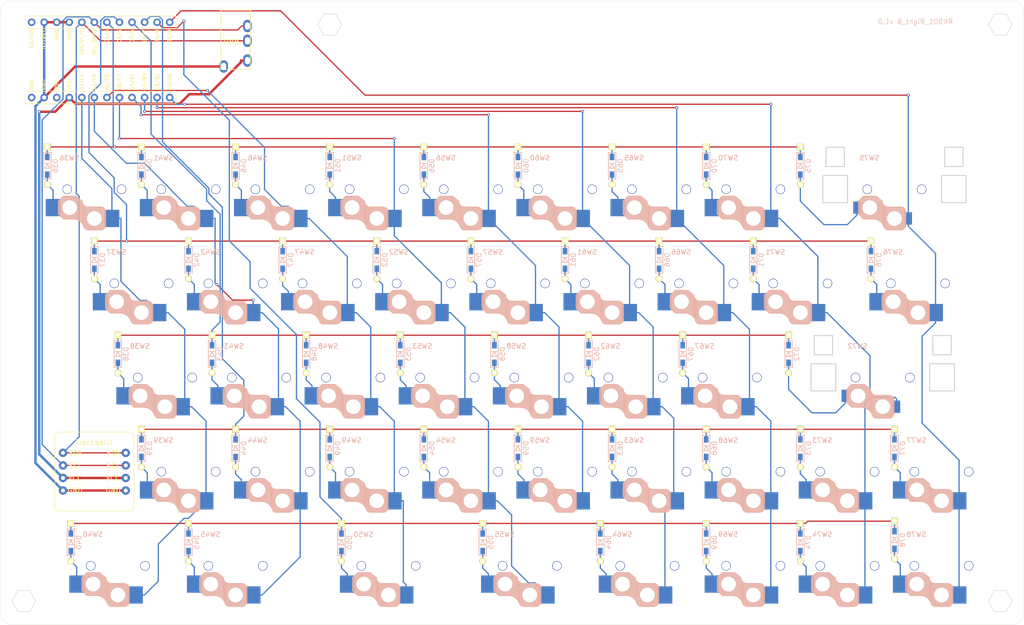
<source format=kicad_pcb>
(kicad_pcb (version 20240108) (generator "pcbnew") (generator_version "8.0")
  (layers (0 "F.Cu" signal) (31 "B.Cu" signal) (34 "B.Paste" user) (35 "F.Paste" user) (36 "B.SilkS" user "B.Silkscreen") (37 "F.SilkS" user "F.Silkscreen") (38 "B.Mask" user) (39 "F.Mask" user) (44 "Edge.Cuts" user))
  (net 0 "")
  (net 1 "Net-(D36-A)")
  (net 2 "Row0")
  (net 3 "Net-(D37-A)")
  (net 4 "Row2")
  (net 5 "Row3")
  (net 6 "Net-(D38-A)")
  (net 7 "Net-(D39-A)")
  (net 8 "Row4")
  (net 9 "Net-(D40-A)")
  (net 10 "Net-(D41-A)")
  (net 11 "Row1")
  (net 12 "Net-(D42-A)")
  (net 13 "Net-(D43-A)")
  (net 14 "Net-(D44-A)")
  (net 15 "Net-(D45-A)")
  (net 16 "Net-(D46-A)")
  (net 17 "Net-(D47-A)")
  (net 18 "Net-(D48-A)")
  (net 19 "Net-(D49-A)")
  (net 20 "Net-(D50-A)")
  (net 21 "Net-(D51-A)")
  (net 22 "Net-(D52-A)")
  (net 23 "Net-(D53-A)")
  (net 24 "Net-(D54-A)")
  (net 25 "Net-(D55-A)")
  (net 26 "Net-(D56-A)")
  (net 27 "Net-(D57-A)")
  (net 28 "Net-(D58-A)")
  (net 29 "Net-(D59-A)")
  (net 30 "Net-(D60-A)")
  (net 31 "Net-(D61-A)")
  (net 32 "Net-(D62-A)")
  (net 33 "Net-(D63-A)")
  (net 34 "Net-(D64-A)")
  (net 35 "Net-(D65-A)")
  (net 36 "Net-(D66-A)")
  (net 37 "Net-(D67-A)")
  (net 38 "Net-(D68-A)")
  (net 39 "Net-(D69-A)")
  (net 40 "Net-(D70-A)")
  (net 41 "Net-(D71-A)")
  (net 42 "Net-(D72-A)")
  (net 43 "Net-(D73-A)")
  (net 44 "Net-(D74-A)")
  (net 45 "Net-(D75-A)")
  (net 46 "Net-(D76-A)")
  (net 47 "SCL")
  (net 48 "VCC")
  (net 49 "GND")
  (net 50 "SDA")
  (net 51 "Col0")
  (net 52 "Col1")
  (net 53 "Col2")
  (net 54 "Col3")
  (net 55 "Col4")
  (net 56 "Col5")
  (net 57 "Col6")
  (net 58 "Col7")
  (net 59 "Col8")
  (net 60 "Reset")
  (net 63 "Net-(D77-A)")
  (net 64 "Net-(D78-A)")
  (footprint "kbd_SW:Choc_Hotswap_2u_Stab" (layer "F.Cu") (at 202.4063 57.15)
    (property "Reference" "SW75")
    (property "Value" "SW_Push" (hide yes))
    (fp_line (start -14.5 -2.8) (end -9.5 -2.8) (stroke (width 0.2)) (layer "Edge.Cuts"))
    (fp_line (start -14.5 2.7) (end -14.5 -2.8) (stroke (width 0.2)) (layer "Edge.Cuts"))
    (fp_line (start -13.85 -8.5) (end -10.15 -8.5) (stroke (width 0.2)) (layer "Edge.Cuts"))
    (fp_line (start -13.85 -4.6) (end -13.85 -8.5) (stroke (width 0.2)) (layer "Edge.Cuts"))
    (fp_line (start -10.15 -8.5) (end -10.15 -4.6) (stroke (width 0.2)) (layer "Edge.Cuts"))
    (fp_line (start -10.15 -4.6) (end -13.85 -4.6) (stroke (width 0.2)) (layer "Edge.Cuts"))
    (fp_line (start -9.5 -2.8) (end -9.5 2.7) (stroke (width 0.2)) (layer "Edge.Cuts"))
    (fp_line (start -9.5 2.7) (end -14.5 2.7) (stroke (width 0.2)) (layer "Edge.Cuts"))
    (fp_line (start 9.5 -2.8) (end 9.5 2.7) (stroke (width 0.2)) (layer "Edge.Cuts"))
    (fp_line (start 9.5 2.7) (end 14.5 2.7) (stroke (width 0.2)) (layer "Edge.Cuts"))
    (fp_line (start 10.15 -8.5) (end 10.15 -4.6) (stroke (width 0.2)) (layer "Edge.Cuts"))
    (fp_line (start 10.15 -4.6) (end 13.85 -4.6) (stroke (width 0.2)) (layer "Edge.Cuts"))
    (fp_line (start 13.85 -8.5) (end 10.15 -8.5) (stroke (width 0.2)) (layer "Edge.Cuts"))
    (fp_line (start 13.85 -8.5) (end 13.85 -4.6) (stroke (width 0.2)) (layer "Edge.Cuts"))
    (fp_line (start 14.5 -2.8) (end 9.5 -2.8) (stroke (width 0.2)) (layer "Edge.Cuts"))
    (fp_line (start 14.5 2.7) (end 14.5 -2.8) (stroke (width 0.2)) (layer "Edge.Cuts"))
  )
  (footprint "kbd_SW:Choc_Hotswap_1u" (layer "F.Cu") (at 97.6313 57.15)
    (property "Reference" "SW51")
    (property "Value" "SW_Push" (hide yes))
  )
  (footprint "kbd_SW:Choc_Hotswap_1u" (layer "F.Cu") (at 192.8813 133.35)
    (property "Reference" "SW74")
    (property "Value" "SW_Push" (hide yes))
  )
  (footprint "kbd_SW:Choc_Hotswap_1u" (layer "F.Cu") (at 207.1688 76.2)
    (property "Reference" "SW76")
    (property "Value" "SW_Push" (hide yes))
  )
  (footprint "kbd_Parts:Diode_TH_SMD" (layer "F.Cu") (at 164.3063 128.5875 -90)
    (property "Reference" "D69")
    (property "Value" "D" (hide yes))
  )
  (footprint "kbd_Parts:Diode_TH_SMD" (layer "F.Cu") (at 78.5813 71.4375 -90)
    (property "Reference" "D47")
    (property "Value" "D" (hide yes))
  )
  (footprint "kbd_Hole:m2_Spacer_Hole_hex" (layer "F.Cu") (at 223.8375 23.8125)
    (property "Reference" "M2")
    (property "Value" "Mark")
    (fp_line (start -2.4 0) (end -1.2 2.15) (stroke (width 0.1)) (layer "Edge.Cuts"))
    (fp_line (start -1.2 -2.15) (end -2.4 0) (stroke (width 0.1)) (layer "Edge.Cuts"))
    (fp_line (start -1.2 2.15) (end 1.2 2.15) (stroke (width 0.1)) (layer "Edge.Cuts"))
    (fp_line (start 1.2 -2.15) (end -1.2 -2.15) (stroke (width 0.1)) (layer "Edge.Cuts"))
    (fp_line (start 1.2 2.15) (end 2.4 0) (stroke (width 0.1)) (layer "Edge.Cuts"))
    (fp_line (start 2.4 0) (end 1.2 -2.15) (stroke (width 0.1)) (layer "Edge.Cuts"))
  )
  (footprint "kbd_Parts:Diode_TH_SMD" (layer "F.Cu") (at 126.2063 52.3875 -90)
    (property "Reference" "D60")
    (property "Value" "D" (hide yes))
  )
  (footprint "kbd_SW:Choc_Hotswap_1u" (layer "F.Cu") (at 173.8313 57.15)
    (property "Reference" "SW70")
    (property "Value" "SW_Push" (hide yes))
  )
  (footprint "kbd_Parts:Diode_TH_SMD" (layer "F.Cu") (at 116.6813 71.4375 -90)
    (property "Reference" "D57")
    (property "Value" "D" (hide yes))
  )
  (footprint "kbd_Parts:Diode_TH_SMD" (layer "F.Cu") (at 121.4438 90.4875 -90)
    (property "Reference" "D58")
    (property "Value" "D" (hide yes))
  )
  (footprint "kbd_SW:Choc_Hotswap_1u" (layer "F.Cu") (at 59.5313 57.15)
    (property "Reference" "SW41")
    (property "Value" "SW_Push" (hide yes))
  )
  (footprint "kbd_Parts:Diode_TH_SMD" (layer "F.Cu") (at 202.4063 109.5375 -90)
    (property "Reference" "D77")
    (property "Value" "D" (hide yes))
  )
  (footprint "kbd_SW:Choc_Hotswap_1u" (layer "F.Cu") (at 211.9313 114.3)
    (property "Reference" "SW77")
    (property "Value" "SW_Push" (hide yes))
  )
  (footprint "kbd_Parts:Diode_TH_SMD" (layer "F.Cu") (at 102.3938 90.4875 -90)
    (property "Reference" "D53")
    (property "Value" "D" (hide yes))
  )
  (footprint "kbd_SW:Choc_Hotswap_1u" (layer "F.Cu") (at 45.2438 133.35)
    (property "Reference" "SW40")
    (property "Value" "SW_Push" (hide yes))
  )
  (footprint "kbd_Parts:Diode_TH_SMD" (layer "F.Cu") (at 180.9751 90.4875 -90)
    (property "Reference" "D72")
    (property "Value" "D" (hide yes))
  )
  (footprint "kbd_SW:Choc_Hotswap_1u" (layer "F.Cu") (at 130.9688 95.25)
    (property "Reference" "SW58")
    (property "Value" "SW_Push" (hide yes))
  )
  (footprint "kbd_SW:Choc_Hotswap_1u" (layer "F.Cu") (at 50.0063 76.2)
    (property "Reference" "SW37")
    (property "Value" "SW_Push" (hide yes))
  )
  (footprint "kbd_SW:Choc_Hotswap_1u" (layer "F.Cu") (at 100.0126 133.35)
    (property "Reference" "SW50")
    (property "Value" "SW_Push" (hide yes))
  )
  (footprint "kbd_Parts:Diode_TH_SMD" (layer "F.Cu") (at 83.3438 90.4875 -90)
    (property "Reference" "D48")
    (property "Value" "D" (hide yes))
  )
  (footprint "kbd_SW:Choc_Hotswap_1u" (layer "F.Cu") (at 69.0563 76.2)
    (property "Reference" "SW42")
    (property "Value" "SW_Push" (hide yes))
  )
  (footprint "kbd_Parts:Diode_TH_SMD" (layer "F.Cu") (at 40.4813 71.4375 -90)
    (property "Reference" "D37")
    (property "Value" "D" (hide yes))
  )
  (footprint "kbd_SW:Choc_Hotswap_1u" (layer "F.Cu") (at 126.2063 76.2)
    (property "Reference" "SW57")
    (property "Value" "SW_Push" (hide yes))
  )
  (footprint "kbd_SW:Choc_Hotswap_1u" (layer "F.Cu") (at 78.5813 57.15)
    (property "Reference" "SW46")
    (property "Value" "SW_Push" (hide yes))
  )
  (footprint "kbd_SW:Choc_Hotswap_1u" (layer "F.Cu") (at 111.9188 95.25)
    (property "Reference" "SW53")
    (property "Value" "SW_Push" (hide yes))
  )
  (footprint "kbd_Parts:Diode_TH_SMD" (layer "F.Cu") (at 173.8313 71.4375 -90)
    (property "Reference" "D71")
    (property "Value" "D" (hide yes))
  )
  (footprint "kbd_Parts:Diode_TH_SMD" (layer "F.Cu") (at 50.0063 52.3875 -90)
    (property "Reference" "D41")
    (property "Value" "D" (hide yes))
  )
  (footprint "kbd_SW:Choc_Hotswap_1u" (layer "F.Cu") (at 116.6813 114.3)
    (property "Reference" "SW54")
    (property "Value" "SW_Push" (hide yes))
  )
  (footprint "kbd_SW:Choc_Hotswap_1u" (layer "F.Cu") (at 164.3063 76.2)
    (property "Reference" "SW66")
    (property "Value" "SW_Push" (hide yes))
  )
  (footprint "kbd_SW:Choc_Hotswap_1u" (layer "F.Cu") (at 54.7688 95.25)
    (property "Reference" "SW38")
    (property "Value" "SW_Push" (hide yes))
  )
  (footprint "kbd_Parts:Diode_TH_SMD" (layer "F.Cu") (at 107.1563 52.3875 -90)
    (property "Reference" "D56")
    (property "Value" "D" (hide yes))
  )
  (footprint "kbd_SW:Choc_Hotswap_1u" (layer "F.Cu") (at 150.0188 95.25)
    (property "Reference" "SW62")
    (property "Value" "SW_Push" (hide yes))
  )
  (footprint "kbd_SW:Choc_Hotswap_1u" (layer "F.Cu") (at 173.8313 114.3)
    (property "Reference" "SW68")
    (property "Value" "SW_Push" (hide yes))
  )
  (footprint "kbd_SW:Choc_Hotswap_1u" (layer "F.Cu") (at 135.7313 57.15)
    (property "Reference" "SW60")
    (property "Value" "SW_Push" (hide yes))
  )
  (footprint "kbd_Parts:Diode_TH_SMD" (layer "F.Cu") (at 90.4876 128.5875 -90)
    (property "Reference" "D50")
    (property "Value" "D" (hide yes))
  )
  (footprint "kbd_SW:Choc_Hotswap_1u" (layer "F.Cu") (at 59.5313 114.3)
    (property "Reference" "SW39")
    (property "Value" "SW_Push" (hide yes))
  )
  (footprint "kbd_SW:Choc_Hotswap_1u" (layer "F.Cu") (at 73.8188 95.25)
    (property "Reference" "SW43")
    (property "Value" "SW_Push" (hide yes))
  )
  (footprint "kbd_SW:Choc_Hotswap_1u" (layer "F.Cu") (at 211.9313 133.35)
    (property "Reference" "SW78")
    (property "Value" "SW_Push" (hide yes))
  )
  (footprint "kbd_Parts:Diode_TH_SMD" (layer "F.Cu") (at 64.2938 90.4875 -90)
    (property "Reference" "D43")
    (property "Value" "D" (hide yes))
  )
  (footprint "kbd_Parts:Diode_TH_SMD" (layer "F.Cu") (at 107.1563 109.5375 -90)
    (property "Reference" "D54")
    (property "Value" "D" (hide yes))
  )
  (footprint "kbd_Parts:Diode_TH_SMD" (layer "F.Cu") (at 30.9563 52.3875 -90)
    (property "Reference" "D36")
    (property "Value" "D" (hide yes))
  )
  (footprint "kbd_Parts:Diode_TH_SMD" (layer "F.Cu") (at 69.0563 52.3875 -90)
    (property "Reference" "D46")
    (property "Value" "D" (hide yes))
  )
  (footprint "kbd_Parts:Diode_TH_SMD" (layer "F.Cu") (at 154.7813 71.4375 -90)
    (property "Reference" "D66")
    (property "Value" "D" (hide yes))
  )
  (footprint "kbd_Parts:Diode_TH_SMD" (layer "F.Cu") (at 164.3063 109.5375 -90)
    (property "Reference" "D68")
    (property "Value" "D" (hide yes))
  )
  (footprint "kbd_SW:Choc_Hotswap_2u_Stab" (layer "F.Cu") (at 200.0251 95.25)
    (property "Reference" "SW72")
    (property "Value" "SW_Push" (hide yes))
    (fp_line (start -14.5 -2.8) (end -9.5 -2.8) (stroke (width 0.2)) (layer "Edge.Cuts"))
    (fp_line (start -14.5 2.7) (end -14.5 -2.8) (stroke (width 0.2)) (layer "Edge.Cuts"))
    (fp_line (start -13.85 -8.5) (end -10.15 -8.5) (stroke (width 0.2)) (layer "Edge.Cuts"))
    (fp_line (start -13.85 -4.6) (end -13.85 -8.5) (stroke (width 0.2)) (layer "Edge.Cuts"))
    (fp_line (start -10.15 -8.5) (end -10.15 -4.6) (stroke (width 0.2)) (layer "Edge.Cuts"))
    (fp_line (start -10.15 -4.6) (end -13.85 -4.6) (stroke (width 0.2)) (layer "Edge.Cuts"))
    (fp_line (start -9.5 -2.8) (end -9.5 2.7) (stroke (width 0.2)) (layer "Edge.Cuts"))
    (fp_line (start -9.5 2.7) (end -14.5 2.7) (stroke (width 0.2)) (layer "Edge.Cuts"))
    (fp_line (start 9.5 -2.8) (end 9.5 2.7) (stroke (width 0.2)) (layer "Edge.Cuts"))
    (fp_line (start 9.5 2.7) (end 14.5 2.7) (stroke (width 0.2)) (layer "Edge.Cuts"))
    (fp_line (start 10.15 -8.5) (end 10.15 -4.6) (stroke (width 0.2)) (layer "Edge.Cuts"))
    (fp_line (start 10.15 -4.6) (end 13.85 -4.6) (stroke (width 0.2)) (layer "Edge.Cuts"))
    (fp_line (start 13.85 -8.5) (end 10.15 -8.5) (stroke (width 0.2)) (layer "Edge.Cuts"))
    (fp_line (start 13.85 -8.5) (end 13.85 -4.6) (stroke (width 0.2)) (layer "Edge.Cuts"))
    (fp_line (start 14.5 -2.8) (end 9.5 -2.8) (stroke (width 0.2)) (layer "Edge.Cuts"))
    (fp_line (start 14.5 2.7) (end 14.5 -2.8) (stroke (width 0.2)) (layer "Edge.Cuts"))
  )
  (footprint "kbd_SW:Choc_Hotswap_1u" (layer "F.Cu") (at 92.8688 95.25)
    (property "Reference" "SW48")
    (property "Value" "SW_Push" (hide yes))
  )
  (footprint "kbd_Parts:Diode_TH_SMD" (layer "F.Cu") (at 135.7313 71.4375 -90)
    (property "Reference" "D61")
    (property "Value" "D" (hide yes))
  )
  (footprint "kbd_SW:Choc_Hotswap_1u" (layer "F.Cu") (at 154.7813 57.15)
    (property "Reference" "SW65")
    (property "Value" "SW_Push" (hide yes))
  )
  (footprint "kbd_SW:Choc_Hotswap_1u" (layer "F.Cu") (at 183.3563 76.2)
    (property "Reference" "SW71")
    (property "Value" "SW_Push" (hide yes))
  )
  (footprint "kbd_SW:Choc_Hotswap_1u" (layer "F.Cu") (at 107.1563 76.2)
    (property "Reference" "SW52")
    (property "Value" "SW_Push" (hide yes))
  )
  (footprint "kbd_Parts:Diode_TH_SMD" (layer "F.Cu") (at 97.6313 71.4375 -90)
    (property "Reference" "D52")
    (property "Value" "D" (hide yes))
  )
  (footprint "kbd_Parts:Diode_TH_SMD" (layer "F.Cu") (at 119.0626 128.5875 -90)
    (property "Reference" "D55")
    (property "Value" "D" (hide yes))
  )
  (footprint "kbd_Parts:Diode_TH_SMD" (layer "F.Cu") (at 197.6438 71.4375 -90)
    (property "Reference" "D76")
    (property "Value" "D" (hide yes))
  )
  (footprint "kbd_SW:Choc_Hotswap_1u" (layer "F.Cu") (at 145.2563 76.2)
    (property "Reference" "SW61")
    (property "Value" "SW_Push" (hide yes))
  )
  (footprint "kbd_Parts:Diode_TH_SMD" (layer "F.Cu") (at 59.5313 71.4375 -90)
    (property "Reference" "D42")
    (property "Value" "D" (hide yes))
  )
  (footprint "kbd_SW:Choc_Hotswap_1u" (layer "F.Cu") (at 40.4813 57.15)
    (property "Reference" "SW36")
    (property "Value" "SW_Push" (hide yes))
  )
  (footprint "kbd_SW:Choc_Hotswap_1u" (layer "F.Cu") (at 169.0688 95.25)
    (property "Reference" "SW67")
    (property "Value" "SW_Push" (hide yes))
  )
  (footprint "kbd_SW:Choc_Hotswap_1u" (layer "F.Cu") (at 78.5813 114.3)
    (property "Reference" "SW44")
    (property "Value" "SW_Push" (hide yes))
  )
  (footprint "kbd_Parts:Diode_TH_SMD" (layer "F.Cu") (at 140.4938 90.4875 -90)
    (property "Reference" "D62")
    (property "Value" "D" (hide yes))
  )
  (footprint "kbd_SW:Choc_Hotswap_1u" (layer "F.Cu") (at 116.6813 57.15)
    (property "Reference" "SW56")
    (property "Value" "SW_Push" (hide yes))
  )
  (footprint "kbd_SW:Choc_Hotswap_1u" (layer "F.Cu") (at 154.7813 114.3)
    (property "Reference" "SW63")
    (property "Value" "SW_Push" (hide yes))
  )
  (footprint "kbd_SW:Choc_Hotswap_1u" (layer "F.Cu") (at 135.7313 114.3)
    (property "Reference" "SW59")
    (property "Value" "SW_Push" (hide yes))
  )
  (footprint "kbd_Hole:m2_Screw_Hole" (layer "F.Cu") (at 78.5813 26.1937)
    (property "Reference" "M5")
    (property "Value" "Mark")
  )
  (footprint "kbd_SW:Choc_Hotswap_1u" (layer "F.Cu") (at 152.4001 133.35)
    (property "Reference" "SW64")
    (property "Value" "SW_Push" (hide yes))
  )
  (footprint "kbd_Hole:m2_Spacer_Hole_hex" (layer "F.Cu") (at 223.8375 140.4937)
    (property "Reference" "M4")
    (property "Value" "Mark")
    (fp_line (start -2.4 0) (end -1.2 2.15) (stroke (width 0.1)) (layer "Edge.Cuts"))
    (fp_line (start -1.2 -2.15) (end -2.4 0) (stroke (width 0.1)) (layer "Edge.Cuts"))
    (fp_line (start -1.2 2.15) (end 1.2 2.15) (stroke (width 0.1)) (layer "Edge.Cuts"))
    (fp_line (start 1.2 -2.15) (end -1.2 -2.15) (stroke (width 0.1)) (layer "Edge.Cuts"))
    (fp_line (start 1.2 2.15) (end 2.4 0) (stroke (width 0.1)) (layer "Edge.Cuts"))
    (fp_line (start 2.4 0) (end 1.2 -2.15) (stroke (width 0.1)) (layer "Edge.Cuts"))
  )
  (footprint "kbd_SW:Choc_Hotswap_1u" (layer "F.Cu") (at 173.8313 133.35)
    (property "Reference" "SW69")
    (property "Value" "SW_Push" (hide yes))
  )
  (footprint "kbd_Parts:Diode_TH_SMD" (layer "F.Cu") (at 183.3563 109.5375 -90)
    (property "Reference" "D73")
    (property "Value" "D" (hide yes))
  )
  (footprint "kicad:AZ1UBALL" (layer "F.Cu") (at 40.4813 114.3)
    (property "Reference" "Trackball1")
    (property "Value" "az1uball")
  )
  (footprint "kbd_SW:Choc_Hotswap_1u" (layer "F.Cu") (at 88.1063 76.2)
    (property "Reference" "SW47")
    (property "Value" "SW_Push" (hide yes))
  )
  (footprint "kbd_SW:Choc_Hotswap_1u" (layer "F.Cu") (at 69.0563 133.35)
    (property "Reference" "SW45")
    (property "Value" "SW_Push" (hide yes))
  )
  (footprint "kbd_SW:Choc_Hotswap_1u" (layer "F.Cu") (at 192.8813 114.3)
    (property "Reference" "SW73")
    (property "Value" "SW_Push" (hide yes))
  )
  (footprint "kbd_Parts:Diode_TH_SMD" (layer "F.Cu") (at 88.1063 109.5375 -90)
    (property "Reference" "D49")
    (property "Value" "D" (hide yes))
  )
  (footprint "kbd_Parts:Diode_TH_SMD" (layer "F.Cu") (at 159.5438 90.4875 -90)
    (property "Reference" "D67")
    (property "Value" "D" (hide yes))
  )
  (footprint "kbd_Parts:Diode_TH_SMD" (layer "F.Cu") (at 69.0563 109.5375 -90)
    (property "Reference" "D44")
    (property "Value" "D" (hide yes))
  )
  (footprint "BrownSugar_KBD:TRRS_PJ-320A" (layer "F.Cu") (at 69.0563 20.8987)
    (property "Reference" "J2")
    (property "Value" "TRRS" (hide yes))
  )
  (footprint "kbd_Parts:Diode_TH_SMD" (layer "F.Cu") (at 183.3563 52.3875 -90)
    (property "Reference" "D75")
    (property "Value" "D" (hide yes))
  )
  (footprint "kbd_Parts:Diode_TH_SMD" (layer "F.Cu") (at 50.0063 109.5375 -90)
    (property "Reference" "D39")
    (property "Value" "D" (hide yes))
  )
  (footprint "kbd_SW:Choc_Hotswap_1u" (layer "F.Cu") (at 97.6313 114.3)
    (property "Reference" "SW49")
    (property "Value" "SW_Push" (hide yes))
  )
  (footprint "kbd_Parts:Diode_TH_SMD" (layer "F.Cu") (at 183.3563 128.5875 -90)
    (property "Reference" "D74")
    (property "Value" "D" (hide yes))
  )
  (footprint "kbd_Parts:Diode_TH_SMD" (layer "F.Cu") (at 145.2563 52.3875 -90)
    (property "Reference" "D65")
    (property "Value" "D" (hide yes))
  )
  (footprint "kbd_Parts:Diode_TH_SMD" (layer "F.Cu") (at 88.1063 52.3875 -90)
    (property "Reference" "D51")
    (property "Value" "D" (hide yes))
  )
  (footprint "kbd_Parts:Diode_TH_SMD" (layer "F.Cu") (at 45.2438 90.4875 -90)
    (property "Reference" "D38")
    (property "Value" "D" (hide yes))
  )
  (footprint "kbd_Parts:Diode_TH_SMD" (layer "F.Cu") (at 164.3063 52.3875 -90)
    (property "Reference" "D70")
    (property "Value" "D" (hide yes))
  )
  (footprint "kbd_Parts:Diode_TH_SMD" (layer "F.Cu") (at 59.5313 128.5875 -90)
    (property "Reference" "D45")
    (property "Value" "D" (hide yes))
  )
  (footprint "kbd_Parts:Diode_TH_SMD" (layer "F.Cu") (at 35.7188 128.5875 -90)
    (property "Reference" "D40")
    (property "Value" "D" (hide yes))
  )
  (footprint "kbd_Parts:Diode_TH_SMD" (layer "F.Cu") (at 142.8751 128.5875 -90)
    (property "Reference" "D64")
    (property "Value" "D" (hide yes))
  )
  (footprint "kbd_Hole:m2_Screw_Hole" (layer "F.Cu") (at 78.5813 35.7187)
    (property "Reference" "M6")
    (property "Value" "Mark")
  )
  (footprint "kbd_Hole:m2_Spacer_Hole_hex" (layer "F.Cu") (at 88.1063 23.8125)
    (property "Reference" "M1")
    (property "Value" "Mark")
    (fp_line (start -2.4 0) (end -1.2 2.15) (stroke (width 0.1)) (layer "Edge.Cuts"))
    (fp_line (start -1.2 -2.15) (end -2.4 0) (stroke (width 0.1)) (layer "Edge.Cuts"))
    (fp_line (start -1.2 2.15) (end 1.2 2.15) (stroke (width 0.1)) (layer "Edge.Cuts"))
    (fp_line (start 1.2 -2.15) (end -1.2 -2.15) (stroke (width 0.1)) (layer "Edge.Cuts"))
    (fp_line (start 1.2 2.15) (end 2.4 0) (stroke (width 0.1)) (layer "Edge.Cuts"))
    (fp_line (start 2.4 0) (end 1.2 -2.15) (stroke (width 0.1)) (layer "Edge.Cuts"))
  )
  (footprint "kbd_Hole:m2_Spacer_Hole_hex" (layer "F.Cu") (at 26.1938 140.4937)
    (property "Reference" "M3")
    (property "Value" "Mark")
    (fp_line (start -2.4 0) (end -1.2 2.15) (stroke (width 0.1)) (layer "Edge.Cuts"))
    (fp_line (start -1.2 -2.15) (end -2.4 0) (stroke (width 0.1)) (layer "Edge.Cuts"))
    (fp_line (start -1.2 2.15) (end 1.2 2.15) (stroke (width 0.1)) (layer "Edge.Cuts"))
    (fp_line (start 1.2 -2.15) (end -1.2 -2.15) (stroke (width 0.1)) (layer "Edge.Cuts"))
    (fp_line (start 1.2 2.15) (end 2.4 0) (stroke (width 0.1)) (layer "Edge.Cuts"))
    (fp_line (start 2.4 0) (end 1.2 -2.15) (stroke (width 0.1)) (layer "Edge.Cuts"))
  )
  (footprint "kbd_Parts:Diode_TH_SMD" (layer "F.Cu") (at 202.4063 128.1245 -90)
    (property "Reference" "D78")
    (property "Value" "D" (hide yes))
  )
  (footprint "kbd_SW:Choc_Hotswap_1u" (layer "F.Cu") (at 128.5876 133.35)
    (property "Reference" "SW55")
    (property "Value" "SW_Push" (hide yes))
  )
  (footprint "kbd_Parts:Diode_TH_SMD" (layer "F.Cu") (at 145.2563 109.5375 -90)
    (property "Reference" "D63")
    (property "Value" "D" (hide yes))
  )
  (footprint "kbd_Parts:Diode_TH_SMD" (layer "F.Cu") (at 126.2063 109.5375 -90)
    (property "Reference" "D59")
    (property "Value" "D" (hide yes))
  )
  (footprint "BrownSugar_KBD:ProMicro_r" (layer "F.Cu") (at 40.4813 30.9562 90)
    (property "Reference" "U2" (hide yes))
    (property "Value" "ProMicro" (hide yes))
  )
  (gr_line (start 226.2188 145.25625) (end 23.8125 145.25625) (stroke (width 0.05)) (layer "Edge.Cuts"))
  (gr_arc (start 21.4312 21.4313) (mid 22.128652 19.747502) (end 23.81245 19.05005) (stroke (width 0.05)) (layer "Edge.Cuts"))
  (gr_arc (start 23.8125 145.25625) (mid 22.128702 144.558798) (end 21.43125 142.875) (stroke (width 0.05)) (layer "Edge.Cuts"))
  (gr_line (start 21.43125 142.875) (end 21.4312 21.4313) (stroke (width 0.05)) (layer "Edge.Cuts"))
  (gr_line (start 228.6 21.43125) (end 228.6 142.875) (stroke (width 0.05)) (layer "Edge.Cuts"))
  (gr_line (start 226.2187 19.05) (end 23.81245 19.05005) (stroke (width 0.05)) (layer "Edge.Cuts"))
  (gr_arc (start 228.60005 142.875) (mid 227.902598 144.558798) (end 226.2188 145.25625) (stroke (width 0.05)) (layer "Edge.Cuts"))
  (gr_arc (start 226.2187 19.05) (mid 227.902545 19.74742) (end 228.59995 21.43125) (stroke (width 0.05)) (layer "Edge.Cuts"))
  (gr_text "RKD01_Right_B v1.0" (at 214.3125 23.8125 0) (layer "B.SilkS") (effects (font (size 1 1) (thickness 0.1)) (justify left bottom mirror)))
  (segment (start 30.9563 56.1975) (end 32.1313 57.3725) (width 0.25) (layer "B.Cu") (net 1))
  (segment (start 32.1313 57.3725) (end 32.1313 60.85) (width 0.25) (layer "B.Cu") (net 1))
  (segment (start 30.9563 54.1625) (end 30.9563 56.1975) (width 0.25) (layer "B.Cu") (net 1))
  (segment (start 164.3063 48.5775) (end 145.2563 48.5775) (width 0.25) (layer "F.Cu") (net 2))
  (segment (start 44.5938 48.5775) (end 50.0063 48.5775) (width 0.25) (layer "F.Cu") (net 2))
  (segment (start 145.2563 48.5775) (end 126.2063 48.5775) (width 0.25) (layer "F.Cu") (net 2))
  (segment (start 88.1063 48.5775) (end 69.0563 48.5775) (width 0.25) (layer "F.Cu") (net 2))
  (segment (start 69.0563 48.5775) (end 50.0063 48.5775) (width 0.25) (layer "F.Cu") (net 2))
  (segment (start 88.1063 48.5775) (end 107.1563 48.5775) (width 0.25) (layer "F.Cu") (net 2))
  (segment (start 30.9563 48.5775) (end 44.5938 48.5775) (width 0.25) (layer "F.Cu") (net 2))
  (segment (start 164.3063 48.5775) (end 183.3563 48.5775) (width 0.25) (layer "F.Cu") (net 2))
  (segment (start 107.1563 48.5775) (end 126.2063 48.5775) (width 0.25) (layer "F.Cu") (net 2))
  (via (at 44.5938 48.5775) (size 0.6) (drill 0.3) (layers "F.Cu" "B.Cu") (net 2))
  (segment (start 44.2913 48.275) (end 44.2913 24.6062) (width 0.25) (layer "B.Cu") (net 2))
  (segment (start 44.2913 24.6062) (end 43.0213 23.3362) (width 0.25) (layer "B.Cu") (net 2))
  (segment (start 69.0563 48.5775) (end 69.0563 50.6125) (width 0.25) (layer "B.Cu") (net 2))
  (segment (start 107.1563 48.5775) (end 107.1563 50.6125) (width 0.25) (layer "B.Cu") (net 2))
  (segment (start 50.0063 48.5775) (end 50.0063 50.6125) (width 0.25) (layer "B.Cu") (net 2))
  (segment (start 145.2563 48.5775) (end 145.2563 50.6125) (width 0.25) (layer "B.Cu") (net 2))
  (segment (start 30.9563 48.5775) (end 30.9563 50.6125) (width 0.25) (layer "B.Cu") (net 2))
  (segment (start 164.3063 48.5775) (end 164.3063 50.6125) (width 0.25) (layer "B.Cu") (net 2))
  (segment (start 44.5938 48.5775) (end 44.2913 48.275) (width 0.25) (layer "B.Cu") (net 2))
  (segment (start 183.3563 48.5775) (end 183.3563 50.6125) (width 0.25) (layer "B.Cu") (net 2))
  (segment (start 88.1063 48.5775) (end 88.1063 50.6125) (width 0.25) (layer "B.Cu") (net 2))
  (segment (start 126.2063 48.5775) (end 126.2063 50.6125) (width 0.25) (layer "B.Cu") (net 2))
  (segment (start 40.4813 75.2475) (end 41.6563 76.4225) (width 0.25) (layer "B.Cu") (net 3))
  (segment (start 41.6563 76.4225) (end 41.6563 79.9) (width 0.25) (layer "B.Cu") (net 3))
  (segment (start 40.4813 73.2125) (end 40.4813 75.2475) (width 0.25) (layer "B.Cu") (net 3))
  (segment (start 140.4938 86.6775) (end 121.4438 86.6775) (width 0.25) (layer "F.Cu") (net 4))
  (segment (start 83.3438 86.6775) (end 102.3938 86.6775) (width 0.25) (layer "F.Cu") (net 4))
  (segment (start 45.2438 86.6775) (end 64.2938 86.6775) (width 0.25) (layer "F.Cu") (net 4))
  (segment (start 180.9751 86.6775) (end 159.5438 86.6775) (width 0.25) (layer "F.Cu") (net 4))
  (segment (start 64.2938 86.6775) (end 83.3438 86.6775) (width 0.25) (layer "F.Cu") (net 4))
  (segment (start 102.3938 86.6775) (end 121.4438 86.6775) (width 0.25) (layer "F.Cu") (net 4))
  (segment (start 159.5438 86.6775) (end 140.4938 86.6775) (width 0.25) (layer "F.Cu") (net 4))
  (segment (start 54.27 48.1921) (end 63.2006 57.1227) (width 0.25) (layer "B.Cu") (net 4))
  (segment (start 83.3438 86.6775) (end 83.3438 88.7125) (width 0.25) (layer "B.Cu") (net 4))
  (segment (start 54.1575 48.1921) (end 54.27 48.1921) (width 0.25) (layer "B.Cu") (net 4))
  (segment (start 102.3938 86.6775) (end 102.3938 88.7125) (width 0.25) (layer "B.Cu") (net 4))
  (segment (start 51.955 45.9896) (end 54.1575 48.1921) (width 0.25) (layer "B.Cu") (net 4))
  (segment (start 140.4938 86.6775) (end 140.4938 88.7125) (width 0.25) (layer "B.Cu") (net 4))
  (segment (start 64.2938 86.6775) (end 64.2938 85.6523) (width 0.25) (layer "B.Cu") (net 4))
  (segment (start 159.5438 86.6775) (end 159.5438 88.7125) (width 0.25) (layer "B.Cu") (net 4))
  (segment (start 180.9751 86.6775) (end 180.9751 88.7125) (width 0.25) (layer "B.Cu") (net 4))
  (segment (start 51.955 27.1899) (end 51.955 45.9896) (width 0.25) (layer "B.Cu") (net 4))
  (segment (start 64.2938 86.6775) (end 64.2938 88.7125) (width 0.25) (layer "B.Cu") (net 4))
  (segment (start 121.4438 86.6775) (end 121.4438 88.7125) (width 0.25) (layer "B.Cu") (net 4))
  (segment (start 63.2006 59.4572) (end 65.9345 62.1911) (width 0.25) (layer "B.Cu") (net 4))
  (segment (start 63.2006 57.1227) (end 63.2006 59.4572) (width 0.25) (layer "B.Cu") (net 4))
  (segment (start 45.2438 86.6775) (end 45.2438 88.7125) (width 0.25) (layer "B.Cu") (net 4))
  (segment (start 65.9345 84.0116) (end 64.2938 85.6523) (width 0.25) (layer "B.Cu") (net 4))
  (segment (start 65.9345 62.1911) (end 65.9345 84.0116) (width 0.25) (layer "B.Cu") (net 4))
  (segment (start 48.1013 23.3362) (end 51.955 27.1899) (width 0.25) (layer "B.Cu") (net 4))
  (segment (start 126.2063 105.7275) (end 107.1563 105.7275) (width 0.25) (layer "F.Cu") (net 5))
  (segment (start 183.3563 105.7275) (end 202.4063 105.7275) (width 0.25) (layer "F.Cu") (net 5))
  (segment (start 50.0063 105.7275) (end 69.0563 105.7275) (width 0.25) (layer "F.Cu") (net 5))
  (segment (start 69.0563 105.7275) (end 88.1063 105.7275) (width 0.25) (layer "F.Cu") (net 5))
  (segment (start 164.3063 105.7275) (end 183.3563 105.7275) (width 0.25) (layer "F.Cu") (net 5))
  (segment (start 145.2563 105.7275) (end 126.2063 105.7275) (width 0.25) (layer "F.Cu") (net 5))
  (segment (start 88.1063 105.7275) (end 107.1563 105.7275) (width 0.25) (layer "F.Cu") (net 5))
  (segment (start 164.3063 105.7275) (end 145.2563 105.7275) (width 0.25) (layer "F.Cu") (net 5))
  (segment (start 70.7275 95.8005) (end 66.3891 91.4621) (width 0.25) (layer "B.Cu") (net 5))
  (segment (start 63.6523 56.9356) (end 54.2716 47.5549) (width 0.25) (layer "B.Cu") (net 5))
  (segment (start 202.4063 105.7275) (end 202.4063 107.7625) (width 0.25) (layer "B.Cu") (net 5))
  (segment (start 53.5821 22.1643) (end 51.8132 22.1643) (width 0.25) (layer "B.Cu") (net 5))
  (segment (start 54.2716 47.5549) (end 54.2715 47.5549) (width 0.25) (layer "B.Cu") (net 5))
  (segment (start 183.3563 105.7275) (end 183.3563 107.7625) (width 0.25) (layer "B.Cu") (net 5))
  (segment (start 63.6523 58.0395) (end 63.6523 56.9356) (width 0.25) (layer "B.Cu") (net 5))
  (segment (start 69.0563 105.7275) (end 69.0563 107.7625) (width 0.25) (layer "B.Cu") (net 5))
  (segment (start 66.3891 60.7763) (end 63.6523 58.0395) (width 0.25) (layer "B.Cu") (net 5))
  (segment (start 107.1563 105.7275) (end 107.1563 107.7625) (width 0.25) (layer "B.Cu") (net 5))
  (segment (start 51.8132 22.1643) (end 50.6413 23.3362) (width 0.25) (layer "B.Cu") (net 5))
  (segment (start 69.0563 104.7023) (end 70.7275 103.0311) (width 0.25) (layer "B.Cu") (net 5))
  (segment (start 69.0563 105.7275) (end 69.0563 104.7023) (width 0.25) (layer "B.Cu") (net 5))
  (segment (start 66.3891 91.4621) (end 66.3891 60.7763) (width 0.25) (layer "B.Cu") (net 5))
  (segment (start 54.2715 47.5549) (end 54.2715 22.8537) (width 0.25) (layer "B.Cu") (net 5))
  (segment (start 54.2715 22.8537) (end 53.5821 22.1643) (width 0.25) (layer "B.Cu") (net 5))
  (segment (start 164.3063 105.7275) (end 164.3063 107.7625) (width 0.25) (layer "B.Cu") (net 5))
  (segment (start 50.0063 105.7275) (end 50.0063 107.7625) (width 0.25) (layer "B.Cu") (net 5))
  (segment (start 88.1063 105.7275) (end 88.1063 107.7625) (width 0.25) (layer "B.Cu") (net 5))
  (segment (start 126.2063 105.7275) (end 126.2063 107.7625) (width 0.25) (layer "B.Cu") (net 5))
  (segment (start 70.7275 103.0311) (end 70.7275 95.8005) (width 0.25) (layer "B.Cu") (net 5))
  (segment (start 145.2563 105.7275) (end 145.2563 107.7625) (width 0.25) (layer "B.Cu") (net 5))
  (segment (start 45.2438 94.2975) (end 46.4188 95.4725) (width 0.25) (layer "B.Cu") (net 6))
  (segment (start 46.4188 95.4725) (end 46.4188 98.95) (width 0.25) (layer "B.Cu") (net 6))
  (segment (start 45.2438 92.2625) (end 45.2438 94.2975) (width 0.25) (layer "B.Cu") (net 6))
  (segment (start 50.0063 111.3125) (end 50.0063 113.3475) (width 0.25) (layer "B.Cu") (net 7))
  (segment (start 51.1813 114.5225) (end 51.1813 118) (width 0.25) (layer "B.Cu") (net 7))
  (segment (start 50.0063 113.3475) (end 51.1813 114.5225) (width 0.25) (layer "B.Cu") (net 7))
  (segment (start 183.3563 124.7775) (end 164.3063 124.7775) (width 0.25) (layer "F.Cu") (net 8))
  (segment (start 119.0626 124.7775) (end 142.8751 124.7775) (width 0.25) (layer "F.Cu") (net 8))
  (segment (start 202.4063 124.3145) (end 184.8445 124.3145) (width 0.25) (layer "F.Cu") (net 8))
  (segment (start 58.5947 23.1061) (end 57.2521 24.4487) (width 0.25) (layer "F.Cu") (net 8))
  (segment (start 54.2938 24.4487) (end 53.1813 23.3362) (width 0.25) (layer "F.Cu") (net 8))
  (segment (start 59.5313 124.7775) (end 90.4876 124.7775) (width 0.25) (layer "F.Cu") (net 8))
  (segment (start 183.8689 124.7775) (end 183.3563 124.7775) (width 0.25) (layer "F.Cu") (net 8))
  (segment (start 184.8445 124.3145) (end 184.3815 124.7775) (width 0.25) (layer "F.Cu") (net 8))
  (segment (start 57.2521 24.4487) (end 54.2938 24.4487) (width 0.25) (layer "F.Cu") (net 8))
  (segment (start 183.8689 124.7775) (end 184.3815 124.7775) (width 0.25) (layer "F.Cu") (net 8))
  (segment (start 90.4876 124.7775) (end 119.0626 124.7775) (width 0.25) (layer "F.Cu") (net 8))
  (segment (start 142.8751 124.7775) (end 164.3063 124.7775) (width 0.25) (layer "F.Cu") (net 8))
  (segment (start 35.7188 124.7775) (end 59.5313 124.7775) (width 0.25) (layer "F.Cu") (net 8))
  (via (at 58.5947 23.1061) (size 0.6) (drill 0.3) (layers "F.Cu" "B.Cu") (net 8))
  (segment (start 86.1439 119.4086) (end 86.1439 104.2872) (width 0.25) (layer "B.Cu") (net 8))
  (segment (start 90.4876 124.7775) (end 90.4876 123.7523) (width 0.25) (layer "B.Cu") (net 8))
  (segment (start 183.3563 124.7775) (end 183.3563 126.8125) (width 0.25) (layer "B.Cu") (net 8))
  (segment (start 72 77.1613) (end 72 71.7938) (width 0.25) (layer "B.Cu") (net 8))
  (segment (start 81.3814 99.5247) (end 81.3814 86.5427) (width 0.25) (layer "B.Cu") (net 8))
  (segment (start 67.7934 43.1612) (end 58.5947 33.9625) (width 0.25) (layer "B.Cu") (net 8))
  (segment (start 202.4063 124.3145) (end 202.4063 126.3495) (width 0.25) (layer "B.Cu") (net 8))
  (segment (start 59.5313 124.7775) (end 59.5313 126.8125) (width 0.25) (layer "B.Cu") (net 8))
  (segment (start 58.5947 33.9625) (end 58.5947 23.1061) (width 0.25) (layer "B.Cu") (net 8))
  (segment (start 72 71.7938) (end 67.7934 67.5872) (width 0.25) (layer "B.Cu") (net 8))
  (segment (start 119.0626 124.7775) (end 119.0626 126.8125) (width 0.25) (layer "B.Cu") (net 8))
  (segment (start 67.7934 67.5872) (end 67.7934 43.1612) (width 0.25) (layer "B.Cu") (net 8))
  (segment (start 164.3063 124.7775) (end 164.3063 126.8125) (width 0.25) (layer "B.Cu") (net 8))
  (segment (start 90.4876 124.7775) (end 90.4876 126.8125) (width 0.25) (layer "B.Cu") (net 8))
  (segment (start 142.8751 124.7775) (end 142.8751 126.8125) (width 0.25) (layer "B.Cu") (net 8))
  (segment (start 86.1439 104.2872) (end 81.3814 99.5247) (width 0.25) (layer "B.Cu") (net 8))
  (segment (start 90.4876 123.7523) (end 86.1439 119.4086) (width 0.25) (layer "B.Cu") (net 8))
  (segment (start 81.3814 86.5427) (end 72 77.1613) (width 0.25) (layer "B.Cu") (net 8))
  (segment (start 35.7188 124.7775) (end 35.7188 126.8125) (width 0.25) (layer "B.Cu") (net 8))
  (segment (start 35.7188 132.3975) (end 36.8938 133.5725) (width 0.25) (layer "B.Cu") (net 9))
  (segment (start 36.8938 133.5725) (end 36.8938 137.05) (width 0.25) (layer "B.Cu") (net 9))
  (segment (start 35.7188 130.3625) (end 35.7188 132.3975) (width 0.25) (layer "B.Cu") (net 9))
  (segment (start 50.0063 56.1975) (end 51.1813 57.3725) (width 0.25) (layer "B.Cu") (net 10))
  (segment (start 50.0063 54.1625) (end 50.0063 56.1975) (width 0.25) (layer "B.Cu") (net 10))
  (segment (start 51.1813 57.3725) (end 51.1813 60.85) (width 0.25) (layer "B.Cu") (net 10))
  (segment (start 59.5313 67.6275) (end 78.5813 67.6275) (width 0.25) (layer "F.Cu") (net 11))
  (segment (start 154.7813 67.6275) (end 135.7313 67.6275) (width 0.25) (layer "F.Cu") (net 11))
  (segment (start 116.6813 67.6275) (end 97.6313 67.6275) (width 0.25) (layer "F.Cu") (net 11))
  (segment (start 46.9884 67.6275) (end 59.5313 67.6275) (width 0.25) (layer "F.Cu") (net 11))
  (segment (start 40.4813 67.6275) (end 46.9884 67.6275) (width 0.25) (layer "F.Cu") (net 11))
  (segment (start 154.7813 67.6275) (end 173.8313 67.6275) (width 0.25) (layer "F.Cu") (net 11))
  (segment (start 135.7313 67.6275) (end 116.6813 67.6275) (width 0.25) (layer "F.Cu") (net 11))
  (segment (start 97.6313 67.6275) (end 78.5813 67.6275) (width 0.25) (layer "F.Cu") (net 11))
  (segment (start 197.6438 67.6275) (end 173.8313 67.6275) (width 0.25) (layer "F.Cu") (net 11))
  (via (at 46.9884 67.6275) (size 0.6) (drill 0.3) (layers "F.Cu" "B.Cu") (net 11))
  (segment (start 44.4815 57.7502) (end 46.9884 60.2571) (width 0.25) (layer "B.Cu") (net 11))
  (segment (start 44.4815 54.8086) (end 44.4815 57.7502) (width 0.25) (layer "B.Cu") (net 11))
  (segment (start 197.6438 67.6275) (end 197.6438 69.6625) (width 0.25) (layer "B.Cu") (net 11))
  (segment (start 44.4579 22.2328) (end 42.5574 22.2328) (width 0.25) (layer "B.Cu") (net 11))
  (segment (start 154.7813 67.6275) (end 154.7813 69.6625) (width 0.25) (layer "B.Cu") (net 11))
  (segment (start 97.6313 67.6275) (end 97.6313 69.6625) (width 0.25) (layer "B.Cu") (net 11))
  (segment (start 39.3926 38.1252) (end 39.3926 49.7197) (width 0.25) (layer "B.Cu") (net 11))
  (segment (start 45.5613 23.3362) (end 44.4579 22.2328) (width 0.25) (layer "B.Cu") (net 11))
  (segment (start 59.5313 67.6275) (end 59.5313 69.6625) (width 0.25) (layer "B.Cu") (net 11))
  (segment (start 116.6813 67.6275) (end 116.6813 69.6625) (width 0.25) (layer "B.Cu") (net 11))
  (segment (start 39.3926 49.7197) (end 44.4815 54.8086) (width 0.25) (layer "B.Cu") (net 11))
  (segment (start 173.8313 67.6275) (end 173.8313 69.6625) (width 0.25) (layer "B.Cu") (net 11))
  (segment (start 78.5813 67.6275) (end 78.5813 69.6625) (width 0.25) (layer "B.Cu") (net 11))
  (segment (start 41.7513 23.0389) (end 41.7513 35.7665) (width 0.25) (layer "B.Cu") (net 11))
  (segment (start 42.5574 22.2328) (end 41.7513 23.0389) (width 0.25) (layer "B.Cu") (net 11))
  (segment (start 46.9884 60.2571) (end 46.9884 67.6275) (width 0.25) (layer "B.Cu") (net 11))
  (segment (start 41.7513 35.7665) (end 39.3926 38.1252) (width 0.25) (layer "B.Cu") (net 11))
  (segment (start 135.7313 67.6275) (end 135.7313 69.6625) (width 0.25) (layer "B.Cu") (net 11))
  (segment (start 40.4813 67.6275) (end 40.4813 68.6858) (width 0.25) (layer "B.Cu") (net 11))
  (segment (start 40.4813 69.6625) (end 40.4813 68.6858) (width 0.25) (layer "B.Cu") (net 11))
  (segment (start 60.7063 76.4225) (end 60.7063 79.9) (width 0.25) (layer "B.Cu") (net 12))
  (segment (start 59.5313 73.2125) (end 59.5313 75.2475) (width 0.25) (layer "B.Cu") (net 12))
  (segment (start 59.5313 75.2475) (end 60.7063 76.4225) (width 0.25) (layer "B.Cu") (net 12))
  (segment (start 64.2938 92.2625) (end 64.2938 94.2975) (width 0.25) (layer "B.Cu") (net 13))
  (segment (start 64.2938 95.6983) (end 65.4688 96.8733) (width 0.25) (layer "B.Cu") (net 13))
  (segment (start 65.4688 98.95) (end 65.4688 96.8733) (width 0.25) (layer "B.Cu") (net 13))
  (segment (start 64.2938 94.2975) (end 64.2938 95.6983) (width 0.25) (layer "B.Cu") (net 13))
  (segment (start 69.0563 111.3125) (end 69.0563 113.3475) (width 0.25) (layer "B.Cu") (net 14))
  (segment (start 69.0563 114.7483) (end 70.2313 115.9233) (width 0.25) (layer "B.Cu") (net 14))
  (segment (start 70.2313 118) (end 70.2313 115.9233) (width 0.25) (layer "B.Cu") (net 14))
  (segment (start 69.0563 113.3475) (end 69.0563 114.7483) (width 0.25) (layer "B.Cu") (net 14))
  (segment (start 60.7063 133.5725) (end 60.7063 137.05) (width 0.25) (layer "B.Cu") (net 15))
  (segment (start 59.5313 132.3975) (end 60.7063 133.5725) (width 0.25) (layer "B.Cu") (net 15))
  (segment (start 59.5313 130.3625) (end 59.5313 132.3975) (width 0.25) (layer "B.Cu") (net 15))
  (segment (start 69.0563 56.1975) (end 70.2313 57.3725) (width 0.25) (layer "B.Cu") (net 16))
  (segment (start 70.2313 57.3725) (end 70.2313 60.85) (width 0.25) (layer "B.Cu") (net 16))
  (segment (start 69.0563 54.1625) (end 69.0563 56.1975) (width 0.25) (layer "B.Cu") (net 16))
  (segment (start 79.7563 79.9) (end 79.7563 77.8233) (width 0.25) (layer "B.Cu") (net 17))
  (segment (start 78.5813 76.6483) (end 79.7563 77.8233) (width 0.25) (layer "B.Cu") (net 17))
  (segment (start 78.5813 73.2125) (end 78.5813 75.2475) (width 0.25) (layer "B.Cu") (net 17))
  (segment (start 78.5813 75.2475) (end 78.5813 76.6483) (width 0.25) (layer "B.Cu") (net 17))
  (segment (start 84.5188 98.95) (end 84.5188 96.8733) (width 0.25) (layer "B.Cu") (net 18))
  (segment (start 83.3438 92.2625) (end 83.3438 94.2975) (width 0.25) (layer "B.Cu") (net 18))
  (segment (start 83.3438 95.6983) (end 84.5188 96.8733) (width 0.25) (layer "B.Cu") (net 18))
  (segment (start 83.3438 94.2975) (end 83.3438 95.6983) (width 0.25) (layer "B.Cu") (net 18))
  (segment (start 88.1063 113.3475) (end 89.2813 114.5225) (width 0.25) (layer "B.Cu") (net 19))
  (segment (start 88.1063 111.3125) (end 88.1063 113.3475) (width 0.25) (layer "B.Cu") (net 19))
  (segment (start 89.2813 114.5225) (end 89.2813 118) (width 0.25) (layer "B.Cu") (net 19))
  (segment (start 91.6626 137.05) (end 91.6626 134.9733) (width 0.25) (layer "B.Cu") (net 20))
  (segment (start 90.4876 130.3625) (end 90.4876 132.3975) (width 0.25) (layer "B.Cu") (net 20))
  (segment (start 90.4876 133.7983) (end 91.6626 134.9733) (width 0.25) (layer "B.Cu") (net 20))
  (segment (start 90.4876 132.3975) (end 90.4876 133.7983) (width 0.25) (layer "B.Cu") (net 20))
  (segment (start 88.1063 57.5983) (end 89.2813 58.7733) (width 0.25) (layer "B.Cu") (net 21))
  (segment (start 89.2813 60.85) (end 89.2813 58.7733) (width 0.25) (layer "B.Cu") (net 21))
  (segment (start 88.1063 56.1975) (end 88.1063 57.5983) (width 0.25) (layer "B.Cu") (net 21))
  (segment (start 88.1063 54.1625) (end 88.1063 56.1975) (width 0.25) (layer "B.Cu") (net 21))
  (segment (start 97.6313 75.2475) (end 98.8063 76.4225) (width 0.25) (layer "B.Cu") (net 22))
  (segment (start 97.6313 73.2125) (end 97.6313 75.2475) (width 0.25) (layer "B.Cu") (net 22))
  (segment (start 98.8063 76.4225) (end 98.8063 79.9) (width 0.25) (layer "B.Cu") (net 22))
  (segment (start 103.5688 98.95) (end 103.5688 96.8733) (width 0.25) (layer "B.Cu") (net 23))
  (segment (start 102.3938 95.6983) (end 103.5688 96.8733) (width 0.25) (layer "B.Cu") (net 23))
  (segment (start 102.3938 94.2975) (end 102.3938 95.6983) (width 0.25) (layer "B.Cu") (net 23))
  (segment (start 102.3938 92.2625) (end 102.3938 94.2975) (width 0.25) (layer "B.Cu") (net 23))
  (segment (start 107.1563 113.3475) (end 108.3313 114.5225) (width 0.25) (layer "B.Cu") (net 24))
  (segment (start 108.3313 114.5225) (end 108.3313 118) (width 0.25) (layer "B.Cu") (net 24))
  (segment (start 107.1563 111.3125) (end 107.1563 113.3475) (width 0.25) (layer "B.Cu") (net 24))
  (segment (start 119.0626 130.3625) (end 119.0626 132.3975) (width 0.25) (layer "B.Cu") (net 25))
  (segment (start 119.0626 133.7983) (end 120.2376 134.9733) (width 0.25) (layer "B.Cu") (net 25))
  (segment (start 120.2376 137.05) (end 120.2376 134.9733) (width 0.25) (layer "B.Cu") (net 25))
  (segment (start 119.0626 132.3975) (end 119.0626 133.7983) (width 0.25) (layer "B.Cu") (net 25))
  (segment (start 108.3313 60.85) (end 108.3313 58.7733) (width 0.25) (layer "B.Cu") (net 26))
  (segment (start 107.1563 56.1975) (end 107.1563 57.5983) (width 0.25) (layer "B.Cu") (net 26))
  (segment (start 107.1563 54.1625) (end 107.1563 56.1975) (width 0.25) (layer "B.Cu") (net 26))
  (segment (start 107.1563 57.5983) (end 108.3313 58.7733) (width 0.25) (layer "B.Cu") (net 26))
  (segment (start 116.6813 75.2475) (end 117.8563 76.4225) (width 0.25) (layer "B.Cu") (net 27))
  (segment (start 117.8563 76.4225) (end 117.8563 79.9) (width 0.25) (layer "B.Cu") (net 27))
  (segment (start 116.6813 73.2125) (end 116.6813 75.2475) (width 0.25) (layer "B.Cu") (net 27))
  (segment (start 121.4438 95.6983) (end 122.6188 96.8733) (width 0.25) (layer "B.Cu") (net 28))
  (segment (start 121.4438 92.2625) (end 121.4438 94.2975) (width 0.25) (layer "B.Cu") (net 28))
  (segment (start 121.4438 94.2975) (end 121.4438 95.6983) (width 0.25) (layer "B.Cu") (net 28))
  (segment (start 122.6188 98.95) (end 122.6188 96.8733) (width 0.25) (layer "B.Cu") (net 28))
  (segment (start 126.2063 111.3125) (end 126.2063 113.3475) (width 0.25) (layer "B.Cu") (net 29))
  (segment (start 127.3813 118) (end 127.3813 115.9233) (width 0.25) (layer "B.Cu") (net 29))
  (segment (start 126.2063 114.7483) (end 127.3813 115.9233) (width 0.25) (layer "B.Cu") (net 29))
  (segment (start 126.2063 113.3475) (end 126.2063 114.7483) (width 0.25) (layer "B.Cu") (net 29))
  (segment (start 127.3813 57.3725) (end 127.3813 60.85) (width 0.25) (layer "B.Cu") (net 30))
  (segment (start 126.2063 56.1975) (end 127.3813 57.3725) (width 0.25) (layer "B.Cu") (net 30))
  (segment (start 126.2063 54.1625) (end 126.2063 56.1975) (width 0.25) (layer "B.Cu") (net 30))
  (segment (start 135.7313 75.2475) (end 136.9063 76.4225) (width 0.25) (layer "B.Cu") (net 31))
  (segment (start 136.9063 76.4225) (end 136.9063 79.9) (width 0.25) (layer "B.Cu") (net 31))
  (segment (start 135.7313 73.2125) (end 135.7313 75.2475) (width 0.25) (layer "B.Cu") (net 31))
  (segment (start 141.6688 95.4725) (end 141.6688 98.95) (width 0.25) (layer "B.Cu") (net 32))
  (segment (start 140.4938 92.2625) (end 140.4938 94.2975) (width 0.25) (layer "B.Cu") (net 32))
  (segment (start 140.4938 94.2975) (end 141.6688 95.4725) (width 0.25) (layer "B.Cu") (net 32))
  (segment (start 146.4313 118) (end 146.4313 115.9233) (width 0.25) (layer "B.Cu") (net 33))
  (segment (start 145.2563 113.3475) (end 145.2563 114.7483) (width 0.25) (layer "B.Cu") (net 33))
  (segment (start 145.2563 111.3125) (end 145.2563 113.3475) (width 0.25) (layer "B.Cu") (net 33))
  (segment (start 145.2563 114.7483) (end 146.4313 115.9233) (width 0.25) (layer "B.Cu") (net 33))
  (segment (start 142.8751 130.3625) (end 142.8751 132.3975) (width 0.25) (layer "B.Cu") (net 34))
  (segment (start 142.8751 133.7983) (end 144.0501 134.9733) (width 0.25) (layer "B.Cu") (net 34))
  (segment (start 144.0501 137.05) (end 144.0501 134.9733) (width 0.25) (layer "B.Cu") (net 34))
  (segment (start 142.8751 132.3975) (end 142.8751 133.7983) (width 0.25) (layer "B.Cu") (net 34))
  (segment (start 145.2563 54.1625) (end 145.2563 56.1975) (width 0.25) (layer "B.Cu") (net 35))
  (segment (start 145.2563 57.5983) (end 146.4313 58.7733) (width 0.25) (layer "B.Cu") (net 35))
  (segment (start 145.2563 56.1975) (end 145.2563 57.5983) (width 0.25) (layer "B.Cu") (net 35))
  (segment (start 146.4313 60.85) (end 146.4313 58.7733) (width 0.25) (layer "B.Cu") (net 35))
  (segment (start 154.7813 73.2125) (end 154.7813 75.2475) (width 0.25) (layer "B.Cu") (net 36))
  (segment (start 155.9563 76.4225) (end 155.9563 79.9) (width 0.25) (layer "B.Cu") (net 36))
  (segment (start 154.7813 75.2475) (end 155.9563 76.4225) (width 0.25) (layer "B.Cu") (net 36))
  (segment (start 159.5438 92.2625) (end 159.5438 94.2975) (width 0.25) (layer "B.Cu") (net 37))
  (segment (start 160.7188 95.4725) (end 160.7188 98.95) (width 0.25) (layer "B.Cu") (net 37))
  (segment (start 159.5438 94.2975) (end 160.7188 95.4725) (width 0.25) (layer "B.Cu") (net 37))
  (segment (start 165.4813 114.5225) (end 165.4813 118) (width 0.25) (layer "B.Cu") (net 38))
  (segment (start 164.3063 113.3475) (end 165.4813 114.5225) (width 0.25) (layer "B.Cu") (net 38))
  (segment (start 164.3063 111.3125) (end 164.3063 113.3475) (width 0.25) (layer "B.Cu") (net 38))
  (segment (start 164.3063 130.3625) (end 164.3063 132.3975) (width 0.25) (layer "B.Cu") (net 39))
  (segment (start 164.3063 133.7983) (end 165.4813 134.9733) (width 0.25) (layer "B.Cu") (net 39))
  (segment (start 165.4813 137.05) (end 165.4813 134.9733) (width 0.25) (layer "B.Cu") (net 39))
  (segment (start 164.3063 132.3975) (end 164.3063 133.7983) (width 0.25) (layer "B.Cu") (net 39))
  (segment (start 164.3063 54.1625) (end 164.3063 56.1975) (width 0.25) (layer "B.Cu") (net 40))
  (segment (start 164.3063 56.1975) (end 165.4813 57.3725) (width 0.25) (layer "B.Cu") (net 40))
  (segment (start 165.4813 57.3725) (end 165.4813 60.85) (width 0.25) (layer "B.Cu") (net 40))
  (segment (start 173.8313 75.2475) (end 175.0063 76.4225) (width 0.25) (layer "B.Cu") (net 41))
  (segment (start 173.8313 73.2125) (end 173.8313 75.2475) (width 0.25) (layer "B.Cu") (net 41))
  (segment (start 175.0063 76.4225) (end 175.0063 79.9) (width 0.25) (layer "B.Cu") (net 41))
  (segment (start 180.9751 92.2625) (end 180.9751 94.2975) (width 0.25) (layer "B.Cu") (net 42))
  (segment (start 192.4251 100.46865) (end 192.4251 98.95) (width 0.25) (layer "B.Cu") (net 42))
  (segment (start 190.5 102.39375) (end 192.4251 100.46865) (width 0.25) (layer "B.Cu") (net 42))
  (segment (start 185.7375 102.39375) (end 190.5 102.39375) (width 0.25) (layer "B.Cu") (net 42))
  (segment (start 180.9751 94.2975) (end 180.9751 97.63135) (width 0.25) (layer "B.Cu") (net 42))
  (segment (start 180.9751 97.63135) (end 185.7375 102.39375) (width 0.25) (layer "B.Cu") (net 42))
  (segment (start 183.3563 111.3125) (end 183.3563 113.3475) (width 0.25) (layer "B.Cu") (net 43))
  (segment (start 183.3563 113.3475) (end 183.3563 114.7483) (width 0.25) (layer "B.Cu") (net 43))
  (segment (start 183.3563 114.7483) (end 184.5313 115.9233) (width 0.25) (layer "B.Cu") (net 43))
  (segment (start 184.5313 118) (end 184.5313 115.9233) (width 0.25) (layer "B.Cu") (net 43))
  (segment (start 183.3563 130.3625) (end 183.3563 132.3975) (width 0.25) (layer "B.Cu") (net 44))
  (segment (start 184.5313 133.5725) (end 184.5313 137.05) (width 0.25) (layer "B.Cu") (net 44))
  (segment (start 183.3563 132.3975) (end 184.5313 133.5725) (width 0.25) (layer "B.Cu") (net 44))
  (segment (start 194.8063 62.3687) (end 192.88125 64.29375) (width 0.25) (layer "B.Cu") (net 45))
  (segment (start 183.3563 59.5313) (end 183.3563 56.1975) (width 0.25) (layer "B.Cu") (net 45))
  (segment (start 188.11875 64.29375) (end 183.3563 59.5313) (width 0.25) (layer "B.Cu") (net 45))
  (segment (start 194.8063 60.85) (end 194.8063 62.3687) (width 0.25) (layer "B.Cu") (net 45))
  (segment (start 183.3563 54.1625) (end 183.3563 56.1975) (width 0.25) (layer "B.Cu") (net 45))
  (segment (start 192.88125 64.29375) (end 188.11875 64.29375) (width 0.25) (layer "B.Cu") (net 45))
  (segment (start 197.6438 75.2475) (end 198.8188 76.4225) (width 0.25) (layer "B.Cu") (net 46))
  (segment (start 198.8188 76.4225) (end 198.8188 79.9) (width 0.25) (layer "B.Cu") (net 46))
  (segment (start 197.6438 73.2125) (end 197.6438 75.2475) (width 0.25) (layer "B.Cu") (net 46))
  (segment (start 34.1313 113.03) (end 46.8313 113.03) (width 0.25) (layer "F.Cu") (net 47))
  (segment (start 42.0455 24.9004) (end 69.4779 24.9004) (width 0.25) (layer "F.Cu") (net 47))
  (segment (start 71.4563 24.0987) (end 70.2796 24.0987) (width 0.25) (layer "F.Cu") (net 47))
  (segment (start 40.4813 23.3362) (end 42.0455 24.9004) (width 0.25) (layer "F.Cu") (net 47))
  (segment (start 69.4779 24.9004) (end 70.2796 24.0987) (width 0.25) (layer "F.Cu") (net 47))
  (segment (start 34.9112 22.2467) (end 39.3918 22.2467) (width 0.25) (layer "B.Cu") (net 47))
  (segment (start 34.1313 38.8955) (end 34.1313 23.0266) (width 0.25) (layer "B.Cu") (net 47))
  (segment (start 39.3918 22.2467) (end 40.4813 23.3362) (width 0.25) (layer "B.Cu") (net 47))
  (segment (start 29.901 43.1258) (end 34.1313 38.8955) (width 0.25) (layer "B.Cu") (net 47))
  (segment (start 34.1313 113.03) (end 29.901 108.7997) (width 0.25) (layer "B.Cu") (net 47))
  (segment (start 29.901 108.7997) (end 29.901 43.1258) (width 0.25) (layer "B.Cu") (net 47))
  (segment (start 34.1313 23.0266) (end 34.9112 22.2467) (width 0.25) (layer "B.Cu") (net 47))
  (segment (start 59.6977 37.9037) (end 63.6825 37.9037) (width 0.5) (layer "F.Cu") (net 48))
  (segment (start 70.1546 31.4316) (end 70.1546 31.0987) (width 0.5) (layer "F.Cu") (net 48))
  (segment (start 35.4013 38.5762) (end 32.5236 41.4539) (width 0.5) (layer "F.Cu") (net 48))
  (segment (start 63.6825 37.9037) (end 70.1546 31.4316) (width 0.5) (layer "F.Cu") (net 48))
  (segment (start 57.7515 39.8499) (end 59.6977 37.9037) (width 0.5) (layer "F.Cu") (net 48))
  (segment (start 35.4013 38.5762) (end 36.675 39.8499) (width 0.5) (layer "F.Cu") (net 48))
  (segment (start 71.4563 31.0987) (end 70.1546 31.0987) (width 0.5) (layer "F.Cu") (net 48))
  (segment (start 34.1313 115.57) (end 46.8313 115.57) (width 0.5) (layer "F.Cu") (net 48))
  (segment (start 36.675 39.8499) (end 57.7515 39.8499) (width 0.5) (layer "F.Cu") (net 48))
  (segment (start 32.5236 41.4539) (end 29.3234 41.4539) (width 0.5) (layer "F.Cu") (net 48))
  (via (at 29.3234 41.4539) (size 0.6) (drill 0.3) (layers "F.Cu" "B.Cu") (net 48))
  (segment (start 34.1313 115.57) (end 29.3234 110.7621) (width 0.5) (layer "B.Cu") (net 48))
  (segment (start 29.3234 110.7621) (end 29.3234 41.4539) (width 0.5) (layer "B.Cu") (net 48))
  (segment (start 34.1313 118.11) (end 46.8313 118.11) (width 0.5) (layer "F.Cu") (net 49))
  (segment (start 66.6563 32.2987) (end 36.5988 32.2987) (width 0.5) (layer "F.Cu") (net 49))
  (segment (start 35.4013 23.3362) (end 32.8613 23.3362) (width 0.5) (layer "F.Cu") (net 49))
  (segment (start 36.5988 32.2987) (end 30.3213 38.5762) (width 0.5) (layer "F.Cu") (net 49))
  (segment (start 32.8613 23.3362) (end 30.3213 23.3362) (width 0.5) (layer "F.Cu") (net 49))
  (segment (start 28.5601 40.3374) (end 30.3213 38.5762) (width 0.5) (layer "B.Cu") (net 49))
  (segment (start 30.3213 38.5762) (end 30.3213 23.3362) (width 0.5) (layer "B.Cu") (net 49))
  (segment (start 34.1313 118.11) (end 28.5601 112.5388) (width 0.5) (layer "B.Cu") (net 49))
  (segment (start 28.5601 112.5388) (end 28.5601 40.3374) (width 0.5) (layer "B.Cu") (net 49))
  (segment (start 34.1313 110.49) (end 46.8313 110.49) (width 0.25) (layer "F.Cu") (net 50))
  (segment (start 41.7038 27.0987) (end 71.4563 27.0987) (width 0.25) (layer "F.Cu") (net 50))
  (segment (start 37.9413 23.3362) (end 41.7038 27.0987) (width 0.25) (layer "F.Cu") (net 50))
  (segment (start 36.8153 24.4622) (end 36.8153 58.0026) (width 0.25) (layer "B.Cu") (net 50))
  (segment (start 37.4131 58.6004) (end 37.4131 107.2082) (width 0.25) (layer "B.Cu") (net 50))
  (segment (start 37.9413 23.3362) (end 36.8153 24.4622) (width 0.25) (layer "B.Cu") (net 50))
  (segment (start 36.8153 58.0026) (end 37.4131 58.6004) (width 0.25) (layer "B.Cu") (net 50))
  (segment (start 37.4131 107.2082) (end 34.1313 110.49) (width 0.25) (layer "B.Cu") (net 50))
  (segment (start 59.529 123.7523) (end 58.6112 123.7523) (width 0.25) (layer "B.Cu") (net 51))
  (segment (start 51.1012 79.6449) (end 53.5563 82.1) (width 0.25) (layer "B.Cu") (net 51))
  (segment (start 48.7938 139.25) (end 50.6205 139.25) (width 0.25) (layer "B.Cu") (net 51))
  (segment (start 44.0298 57.0019) (end 44.0298 60.9718) (width 0.25) (layer "B.Cu") (net 51))
  (segment (start 45.858 75.7687) (end 49.7342 79.6449) (width 0.25) (layer "B.Cu") (net 51))
  (segment (start 49.7342 79.6449) (end 51.1012 79.6449) (width 0.25) (layer "B.Cu") (net 51))
  (segment (start 45.858 63.05) (end 45.858 75.7687) (width 0.25) (layer "B.Cu") (net 51))
  (segment (start 53.4186 128.9449) (end 53.4186 136.4519) (width 0.25) (layer "B.Cu") (net 51))
  (segment (start 58.7688 101.15) (end 58.7688 85.4858) (width 0.25) (layer "B.Cu") (net 51))
  (segment (start 37.9413 38.5762) (end 37.9413 50.9134) (width 0.25) (layer "B.Cu") (net 51))
  (segment (start 63.0813 104.0858) (end 63.0813 120.2) (width 0.25) (layer "B.Cu") (net 51))
  (segment (start 37.9413 50.9134) (end 44.0298 57.0019) (width 0.25) (layer "B.Cu") (net 51))
  (segment (start 60.1455 101.15) (end 63.0813 104.0858) (width 0.25) (layer "B.Cu") (net 51))
  (segment (start 53.5563 82.1) (end 55.383 82.1) (width 0.25) (layer "B.Cu") (net 51))
  (segment (start 58.6112 123.7523) (end 53.4186 128.9449) (width 0.25) (layer "B.Cu") (net 51))
  (segment (start 63.0813 120.2) (end 59.529 123.7523) (width 0.25) (layer "B.Cu") (net 51))
  (segment (start 44.0298 60.9718) (end 44.0313 60.9733) (width 0.25) (layer "B.Cu") (net 51))
  (segment (start 58.3188 101.15) (end 58.7688 101.15) (width 0.25) (layer "B.Cu") (net 51))
  (segment (start 44.0313 63.05) (end 45.858 63.05) (width 0.25) (layer "B.Cu") (net 51))
  (segment (start 58.7688 101.15) (end 60.1455 101.15) (width 0.25) (layer "B.Cu") (net 51))
  (segment (start 58.7688 85.4858) (end 55.383 82.1) (width 0.25) (layer "B.Cu") (net 51))
  (segment (start 44.0313 63.05) (end 44.0313 60.9733) (width 0.25) (layer "B.Cu") (net 51))
  (segment (start 53.4186 136.4519) (end 50.6205 139.25) (width 0.25) (layer "B.Cu") (net 51))
  (segment (start 68.4441 79.5796) (end 65.295 76.4305) (width 0.25) (layer "F.Cu") (net 52))
  (segment (start 72.6063 79.5796) (end 68.4441 79.5796) (width 0.25) (layer "F.Cu") (net 52))
  (via (at 72.6063 79.5796) (size 0.6) (drill 0.3) (layers "F.Cu" "B.Cu") (net 52))
  (via (at 65.295 76.4305) (size 0.6) (drill 0.3) (layers "F.Cu" "B.Cu") (net 52))
  (segment (start 82.1313 131.5517) (end 82.1313 120.2) (width 0.25) (layer "B.Cu") (net 52))
  (segment (start 63.0813 63.05) (end 64.908 63.05) (width 0.25) (layer "B.Cu") (net 52))
  (segment (start 82.1313 104.0858) (end 79.1955 101.15) (width 0.25) (layer "B.Cu") (net 52))
  (segment (start 55.9426 57.2578) (end 55.9426 57.1736) (width 0.25) (layer "B.Cu") (net 52))
  (segment (start 64.908 63.05) (end 64.908 76.0435) (width 0.25) (layer "B.Cu") (net 52))
  (segment (start 77.7441 100.6119) (end 78.2822 101.15) (width 0.25) (layer "B.Cu") (net 52))
  (segment (start 77.744 100.6119) (end 77.7441 100.6119) (width 0.25) (layer "B.Cu") (net 52))
  (segment (start 77.3688 101.15) (end 78.2822 101.15) (width 0.25) (layer "B.Cu") (net 52))
  (segment (start 72.6063 82.1) (end 72.6063 79.5796) (width 0.25) (layer "B.Cu") (net 52))
  (segment (start 77.744 85.411) (end 77.744 100.6119) (width 0.25) (layer "B.Cu") (net 52))
  (segment (start 74.433 82.1) (end 77.744 85.411) (width 0.25) (layer "B.Cu") (net 52))
  (segment (start 82.1313 120.2) (end 82.1313 104.0858) (width 0.25) (layer "B.Cu") (net 52))
  (segment (start 72.6063 139.25) (end 74.433 139.25) (width 0.25) (layer "B.Cu") (net 52))
  (segment (start 46.9534 51.8748) (end 40.4813 45.4027) (width 0.25) (layer "B.Cu") (net 52))
  (segment (start 78.2822 101.15) (end 79.1955 101.15) (width 0.25) (layer "B.Cu") (net 52))
  (segment (start 60.6405 60.6092) (end 59.294 60.6092) (width 0.25) (layer "B.Cu") (net 52))
  (segment (start 59.294 60.6092) (end 55.9426 57.2578) (width 0.25) (layer "B.Cu") (net 52))
  (segment (start 74.433 139.25) (end 82.1313 131.5517) (width 0.25) (layer "B.Cu") (net 52))
  (segment (start 55.9426 57.1736) (end 50.6438 51.8748) (width 0.25) (layer "B.Cu") (net 52))
  (segment (start 40.4813 45.4027) (end 40.4813 38.5762) (width 0.25) (layer "B.Cu") (net 52))
  (segment (start 72.6063 82.1) (end 74.433 82.1) (width 0.25) (layer "B.Cu") (net 52))
  (segment (start 64.908 76.0435) (end 65.295 76.4305) (width 0.25) (layer "B.Cu") (net 52))
  (segment (start 50.6438 51.8748) (end 46.9534 51.8748) (width 0.25) (layer "B.Cu") (net 52))
  (segment (start 63.0813 63.05) (end 60.6405 60.6092) (width 0.25) (layer "B.Cu") (net 52))
  (segment (start 44.4455 37.152) (end 43.0213 38.5762) (width 0.25) (layer "F.Cu") (net 53))
  (segment (start 63.3711 37.152) (end 44.4455 37.152) (width 0.25) (layer "F.Cu") (net 53))
  (via (at 63.3711 37.152) (size 0.6) (drill 0.3) (layers "F.Cu" "B.Cu") (net 53))
  (segment (start 103.008 136.6187) (end 103.5626 137.1733) (width 0.25) (layer "B.Cu") (net 53))
  (segment (start 82.1313 63.05) (end 79.6905 60.6092) (width 0.25) (layer "B.Cu") (net 53))
  (segment (start 74.9122 48.6931) (end 63.3711 37.152) (width 0.25) (layer "B.Cu") (net 53))
  (segment (start 91.6563 70.7483) (end 91.6563 82.1) (width 0.25) (layer "B.Cu") (net 53))
  (segment (start 74.9122 57.1774) (end 74.9122 48.6931) (width 0.25) (layer "B.Cu") (net 53))
  (segment (start 83.958 63.05) (end 91.6563 70.7483) (width 0.25) (layer "B.Cu") (net 53))
  (segment (start 96.4188 85.0358) (end 96.4188 101.15) (width 0.25) (layer "B.Cu") (net 53))
  (segment (start 83.0447 63.05) (end 83.958 63.05) (width 0.25) (layer "B.Cu") (net 53))
  (segment (start 101.1813 104.0858) (end 101.1813 120.2) (width 0.25) (layer "B.Cu") (net 53))
  (segment (start 79.6905 60.6092) (end 78.344 60.6092) (width 0.25) (layer "B.Cu") (net 53))
  (segment (start 103.5626 139.25) (end 103.5626 137.1733) (width 0.25) (layer "B.Cu") (net 53))
  (segment (start 98.2455 101.15) (end 101.1813 104.0858) (width 0.25) (layer "B.Cu") (net 53))
  (segment (start 93.483 82.1) (end 96.4188 85.0358) (width 0.25) (layer "B.Cu") (net 53))
  (segment (start 78.344 60.6092) (end 74.9122 57.1774) (width 0.25) (layer "B.Cu") (net 53))
  (segment (start 103.008 120.2) (end 103.008 136.6187) (width 0.25) (layer "B.Cu") (net 53))
  (segment (start 83.0447 63.05) (end 82.1313 63.05) (width 0.25) (layer "B.Cu") (net 53))
  (segment (start 91.6563 82.1) (end 93.483 82.1) (width 0.25) (layer "B.Cu") (net 53))
  (segment (start 101.1813 120.2) (end 103.008 120.2) (width 0.25) (layer "B.Cu") (net 53))
  (segment (start 96.4188 101.15) (end 98.2455 101.15) (width 0.25) (layer "B.Cu") (net 53))
  (segment (start 45.5613 46.876) (end 101.1813 46.876) (width 0.25) (layer "F.Cu") (net 54))
  (via (at 101.1813 46.876) (size 0.6) (drill 0.3) (layers "F.Cu" "B.Cu") (net 54))
  (via (at 45.5613 46.876) (size 0.6) (drill 0.3) (layers "F.Cu" "B.Cu") (net 54))
  (segment (start 112.533 82.1) (end 115.4688 85.0358) (width 0.25) (layer "B.Cu") (net 54))
  (segment (start 101.1813 66.5419) (end 101.1813 63.05) (width 0.25) (layer "B.Cu") (net 54))
  (segment (start 110.7063 76.0669) (end 101.1813 66.5419) (width 0.25) (layer "B.Cu") (net 54))
  (segment (start 111.6197 82.1) (end 112.533 82.1) (width 0.25) (layer "B.Cu") (net 54))
  (segment (start 120.2313 120.2) (end 120.2313 104.0858) (width 0.25) (layer "B.Cu") (net 54))
  (segment (start 45.5613 38.5762) (end 45.5613 46.876) (width 0.25) (layer "B.Cu") (net 54))
  (segment (start 115.4688 101.15) (end 117.2955 101.15) (width 0.25) (layer "B.Cu") (net 54))
  (segment (start 132.1376 139.25) (end 129.6968 136.8092) (width 0.25) (layer "B.Cu") (net 54))
  (segment (start 101.1813 63.05) (end 101.1813 46.876) (width 0.25) (layer "B.Cu") (net 54))
  (segment (start 128.3503 136.8092) (end 124.9185 133.3774) (width 0.25) (layer "B.Cu") (net 54))
  (segment (start 110.7063 82.1) (end 111.6197 82.1) (width 0.25) (layer "B.Cu") (net 54))
  (segment (start 115.4688 85.0358) (end 115.4688 101.15) (width 0.25) (layer "B.Cu") (net 54))
  (segment (start 120.2313 120.2) (end 122.058 120.2) (width 0.25) (layer "B.Cu") (net 54))
  (segment (start 129.6968 136.8092) (end 128.3503 136.8092) (width 0.25) (layer "B.Cu") (net 54))
  (segment (start 110.7063 82.1) (end 110.7063 76.0669) (width 0.25) (layer "B.Cu") (net 54))
  (segment (start 124.9185 123.0605) (end 122.058 120.2) (width 0.25) (layer "B.Cu") (net 54))
  (segment (start 124.9185 133.3774) (end 124.9185 123.0605) (width 0.25) (layer "B.Cu") (net 54))
  (segment (start 120.2313 104.0858) (end 117.2955 101.15) (width 0.25) (layer "B.Cu") (net 54))
  (segment (start 49.9374 42.0531) (end 120.2313 42.0531) (width 0.25) (layer "F.Cu") (net 55))
  (via (at 49.9374 42.0531) (size 0.6) (drill 0.3) (layers "F.Cu" "B.Cu") (net 55))
  (via (at 120.2313 42.0531) (size 0.6) (drill 0.3) (layers "F.Cu" "B.Cu") (net 55))
  (segment (start 129.7563 82.1) (end 131.583 82.1) (width 0.25) (layer "B.Cu") (net 55))
  (segment (start 120.2313 63.05) (end 120.2313 42.0531) (width 0.25) (layer "B.Cu") (net 55))
  (segment (start 120.2313 63.05) (end 129.7563 72.575) (width 0.25) (layer "B.Cu") (net 55))
  (segment (start 139.2813 104.0858) (end 136.3455 101.15) (width 0.25) (layer "B.Cu") (net 55))
  (segment (start 129.7563 72.575) (end 129.7563 82.1) (width 0.25) (layer "B.Cu") (net 55))
  (segment (start 134.5188 101.15) (end 136.3455 101.15) (width 0.25) (layer "B.Cu") (net 55))
  (segment (start 49.9374 40.4123) (end 49.9374 42.0531) (width 0.25) (layer "B.Cu") (net 55))
  (segment (start 131.583 82.1) (end 134.5188 85.0358) (width 0.25) (layer "B.Cu") (net 55))
  (segment (start 139.2813 120.2) (end 139.2813 104.0858) (width 0.25) (layer "B.Cu") (net 55))
  (segment (start 134.5188 85.0358) (end 134.5188 101.15) (width 0.25) (layer "B.Cu") (net 55))
  (segment (start 48.1013 38.5762) (end 49.9374 40.4123) (width 0.25) (layer "B.Cu") (net 55))
  (segment (start 139.2813 41.3803) (end 50.6413 41.3803) (width 0.25) (layer "F.Cu") (net 56))
  (via (at 50.6413 41.3803) (size 0.6) (drill 0.3) (layers "F.Cu" "B.Cu") (net 56))
  (via (at 139.2813 41.3803) (size 0.6) (drill 0.3) (layers "F.Cu" "B.Cu") (net 56))
  (segment (start 153.5688 101.15) (end 155.3955 101.15) (width 0.25) (layer "B.Cu") (net 56))
  (segment (start 139.2813 63.05) (end 148.8063 72.575) (width 0.25) (layer "B.Cu") (net 56))
  (segment (start 157.7313 120.2) (end 157.7313 103.4858) (width 0.25) (layer "B.Cu") (net 56))
  (segment (start 139.2813 41.3803) (end 139.2813 63.05) (width 0.25) (layer "B.Cu") (net 56))
  (segment (start 148.8063 82.1) (end 150.633 82.1) (width 0.25) (layer "B.Cu") (net 56))
  (segment (start 155.9501 121.9812) (end 157.7313 120.2) (width 0.25) (layer "B.Cu") (net 56))
  (segment (start 150.633 82.1) (end 153.5688 85.0358) (width 0.25) (layer "B.Cu") (net 56))
  (segment (start 157.7313 103.4858) (end 155.3955 101.15) (width 0.25) (layer "B.Cu") (net 56))
  (segment (start 148.8063 72.575) (end 148.8063 82.1) (width 0.25) (layer "B.Cu") (net 56))
  (segment (start 153.5688 85.0358) (end 153.5688 101.15) (width 0.25) (layer "B.Cu") (net 56))
  (segment (start 157.7313 120.2) (end 158.3313 120.2) (width 0.25) (layer "B.Cu") (net 56))
  (segment (start 50.6413 38.5762) (end 50.6413 41.3803) (width 0.25) (layer "B.Cu") (net 56))
  (segment (start 155.9501 139.25) (end 155.9501 121.9812) (width 0.25) (layer "B.Cu") (net 56))
  (segment (start 158.3313 40.629) (end 53.1813 40.629) (width 0.25) (layer "F.Cu") (net 57))
  (via (at 158.3313 40.629) (size 0.6) (drill 0.3) (layers "F.Cu" "B.Cu") (net 57))
  (via (at 53.1813 40.629) (size 0.6) (drill 0.3) (layers "F.Cu" "B.Cu") (net 57))
  (segment (start 158.3313 63.05) (end 167.8563 72.575) (width 0.25) (layer "B.Cu") (net 57))
  (segment (start 53.1813 38.5762) (end 53.1813 40.629) (width 0.25) (layer "B.Cu") (net 57))
  (segment (start 158.3313 40.629) (end 158.3313 63.05) (width 0.25) (layer "B.Cu") (net 57))
  (segment (start 167.8563 72.575) (end 167.8563 82.1) (width 0.25) (layer "B.Cu") (net 57))
  (segment (start 167.8563 82.1) (end 169.683 82.1) (width 0.25) (layer "B.Cu") (net 57))
  (segment (start 173.0688 101.15) (end 173.0688 85.4858) (width 0.25) (layer "B.Cu") (net 57))
  (segment (start 177.3813 104.0858) (end 177.3813 120.2) (width 0.25) (layer "B.Cu") (net 57))
  (segment (start 174.4455 101.15) (end 177.3813 104.0858) (width 0.25) (layer "B.Cu") (net 57))
  (segment (start 177.3813 139.25) (end 177.3813 120.2) (width 0.25) (layer "B.Cu") (net 57))
  (segment (start 173.0688 85.4858) (end 169.683 82.1) (width 0.25) (layer "B.Cu") (net 57))
  (segment (start 172.6188 101.15) (end 173.0688 101.15) (width 0.25) (layer "B.Cu") (net 57))
  (segment (start 173.0688 101.15) (end 174.4455 101.15) (width 0.25) (layer "B.Cu") (net 57))
  (segment (start 58.7305 39.9339) (end 177.3813 39.9339) (width 0.25) (layer "F.Cu") (net 58))
  (via (at 177.3813 39.9339) (size 0.6) (drill 0.3) (layers "F.Cu" "B.Cu") (net 58))
  (via (at 58.7305 39.9339) (size 0.6) (drill 0.3) (layers "F.Cu" "B.Cu") (net 58))
  (segment (start 186.9063 82.1) (end 186.9063 70.7483) (width 0.25) (layer "B.Cu") (net 58))
  (segment (start 197.4484 90.8154) (end 188.733 82.1) (width 0.25) (layer "B.Cu") (net 58))
  (segment (start 55.7213 38.5762) (end 57.079 39.9339) (width 0.25) (layer "B.Cu") (net 58))
  (segment (start 177.3813 63.05) (end 177.3813 39.9339) (width 0.25) (layer "B.Cu") (net 58))
  (segment (start 197.4484 99.0172) (end 197.4484 90.8154) (width 0.25) (layer "B.Cu") (net 58))
  (segment (start 177.3813 63.05) (end 179.208 63.05) (width 0.25) (layer "B.Cu") (net 58))
  (segment (start 197.6751 99.2439) (end 197.4484 99.0172) (width 0.25) (layer "B.Cu") (net 58))
  (segment (start 196.4313 139.25) (end 196.4313 120.2) (width 0.25) (layer "B.Cu") (net 58))
  (segment (start 202.8251 101.15) (end 202.8251 99.5733) (width 0.25) (layer "B.Cu") (net 58))
  (segment (start 196.4313 120.2) (end 196.4313 100.4877) (width 0.25) (layer "B.Cu") (net 58))
  (segment (start 57.079 39.9339) (end 58.7305 39.9339) (width 0.25) (layer "B.Cu") (net 58))
  (segment (start 186.9063 82.1) (end 188.733 82.1) (width 0.25) (layer "B.Cu") (net 58))
  (segment (start 196.4313 100.4877) (end 197.6751 99.2439) (width 0.25) (layer "B.Cu") (net 58))
  (segment (start 202.4957 99.2439) (end 202.8251 99.5733) (width 0.25) (layer "B.Cu") (net 58))
  (segment (start 197.6751 99.2439) (end 202.4957 99.2439) (width 0.25) (layer "B.Cu") (net 58))
  (segment (start 186.9063 70.7483) (end 179.208 63.05) (width 0.25) (layer "B.Cu") (net 58))
  (segment (start 205.2063 38.1) (end 95.25 38.1) (width 0.25) (layer "F.Cu") (net 59))
  (segment (start 95.25 38.1) (end 78.1875 21.0375) (width 0.25) (layer "F.Cu") (net 59))
  (segment (start 58.02 21.0375) (end 55.7213 23.3362) (width 0.25) (layer "F.Cu") (net 59))
  (segment (start 78.1875 21.0375) (end 58.02 21.0375) (width 0.25) (layer "F.Cu") (net 59))
  (via (at 205.2063 38.1) (size 0.6) (drill 0.3) (layers "F.Cu" "B.Cu") (net 59))
  (segment (start 215.4813 139.25) (end 215.4813 120.2) (width 0.25) (layer "B.Cu") (net 59))
  (segment (start 208 104.4886) (end 208 86.8955) (width 0.25) (layer "B.Cu") (net 59))
  (segment (start 210.7188 84.1767) (end 210.7188 82.1) (width 0.25) (layer "B.Cu") (net 59))
  (segment (start 208 86.8955) (end 210.7188 84.1767) (width 0.25) (layer "B.Cu") (net 59))
  (segment (start 215.4813 120.2) (end 215.4813 111.9699) (width 0.25) (layer "B.Cu") (net 59))
  (segment (start 205.2063 63.05) (end 205.2063 38.1) (width 0.25) (layer "B.Cu") (net 59))
  (segment (start 215.4813 111.9699) (end 208 104.4886) (width 0.25) (layer "B.Cu") (net 59))
  (segment (start 205.2063 63.05) (end 205.2063 64.6267) (width 0.25) (layer "B.Cu") (net 59))
  (segment (start 210.7188 70.1392) (end 205.2063 64.6267) (width 0.25) (layer "B.Cu") (net 59))
  (segment (start 210.7188 82.1) (end 210.7188 70.1392) (width 0.25) (layer "B.Cu") (net 59))
  (segment (start 202.4063 111.3125) (end 202.4063 113.3475) (width 0.25) (layer "B.Cu") (net 63))
  (segment (start 203.5813 114.5225) (end 203.5813 118) (width 0.25) (layer "B.Cu") (net 63))
  (segment (start 202.4063 113.3475) (end 203.5813 114.5225) (width 0.25) (layer "B.Cu") (net 63))
  (segment (start 203.5813 133.1095) (end 203.5813 137.05) (width 0.25) (layer "B.Cu") (net 64))
  (segment (start 202.4063 129.8995) (end 202.4063 131.9345) (width 0.25) (layer "B.Cu") (net 64))
  (segment (start 202.4063 131.9345) (end 203.5813 133.1095) (width 0.25) (layer "B.Cu") (net 64))
)
</source>
